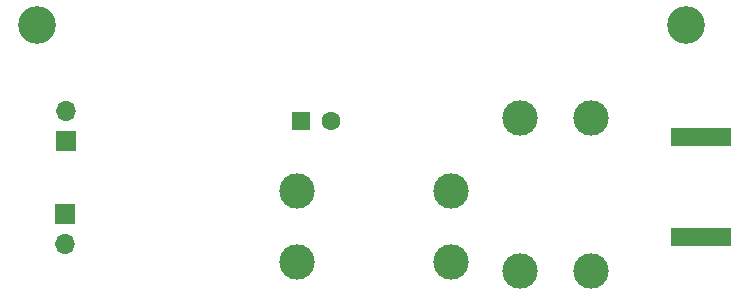
<source format=gbs>
G04 #@! TF.GenerationSoftware,KiCad,Pcbnew,7.0.10*
G04 #@! TF.CreationDate,2024-11-24T13:25:21-08:00*
G04 #@! TF.ProjectId,LoopAntennaPreamp,4c6f6f70-416e-4746-956e-6e6150726561,rev?*
G04 #@! TF.SameCoordinates,Original*
G04 #@! TF.FileFunction,Soldermask,Bot*
G04 #@! TF.FilePolarity,Negative*
%FSLAX46Y46*%
G04 Gerber Fmt 4.6, Leading zero omitted, Abs format (unit mm)*
G04 Created by KiCad (PCBNEW 7.0.10) date 2024-11-24 13:25:21*
%MOMM*%
%LPD*%
G01*
G04 APERTURE LIST*
%ADD10C,3.000000*%
%ADD11R,5.080000X1.500000*%
%ADD12R,1.700000X1.700000*%
%ADD13O,1.700000X1.700000*%
%ADD14C,3.200000*%
%ADD15R,1.600000X1.600000*%
%ADD16C,1.600000*%
G04 APERTURE END LIST*
D10*
X138510000Y-130590000D03*
X138510000Y-117590000D03*
X132510000Y-130590000D03*
X132510000Y-117590000D03*
X126640000Y-123800000D03*
X113640000Y-123800000D03*
X126640000Y-129800000D03*
X113640000Y-129800000D03*
D11*
X147830000Y-119200000D03*
X147830000Y-127700000D03*
D12*
X94060000Y-119565000D03*
D13*
X94060000Y-117025000D03*
D12*
X93980000Y-125780000D03*
D13*
X93980000Y-128320000D03*
D14*
X146590000Y-109780000D03*
X91590000Y-109780000D03*
D15*
X113964888Y-117830000D03*
D16*
X116464888Y-117830000D03*
M02*

</source>
